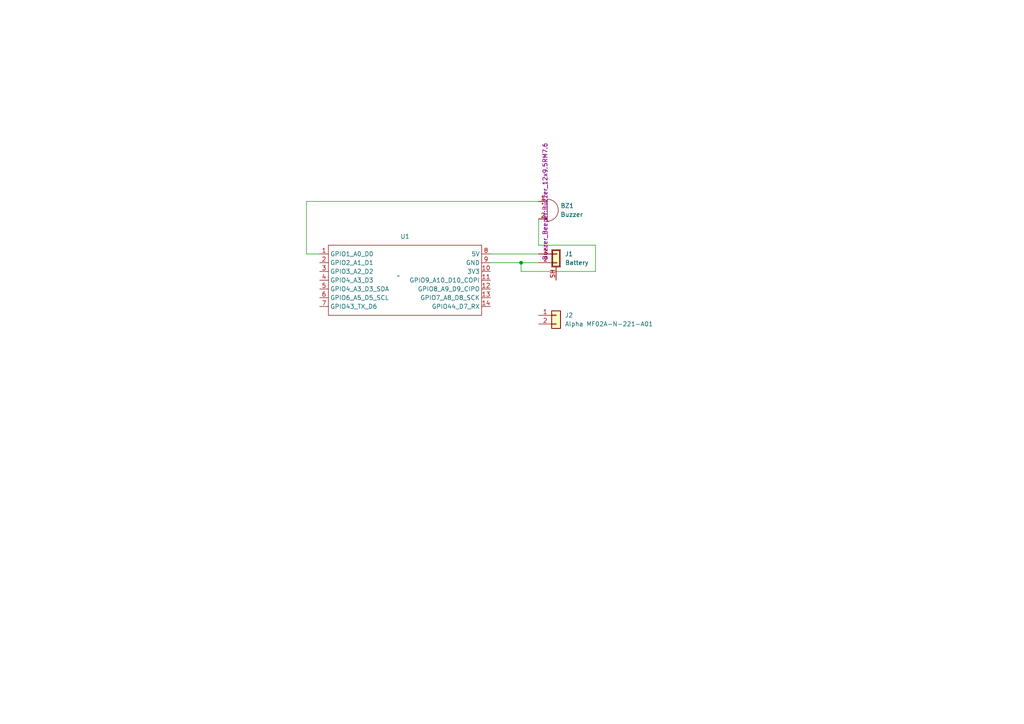
<source format=kicad_sch>
(kicad_sch (version 20230121) (generator eeschema)

  (uuid 23a880d1-d3c2-4d7d-84a7-66a10b1c6df5)

  (paper "A4")

  (lib_symbols
    (symbol "Connector_Generic:Conn_01x02" (pin_names (offset 1.016) hide) (in_bom yes) (on_board yes)
      (property "Reference" "J" (at 0 2.54 0)
        (effects (font (size 1.27 1.27)))
      )
      (property "Value" "Conn_01x02" (at 0 -5.08 0)
        (effects (font (size 1.27 1.27)))
      )
      (property "Footprint" "" (at 0 0 0)
        (effects (font (size 1.27 1.27)) hide)
      )
      (property "Datasheet" "~" (at 0 0 0)
        (effects (font (size 1.27 1.27)) hide)
      )
      (property "ki_keywords" "connector" (at 0 0 0)
        (effects (font (size 1.27 1.27)) hide)
      )
      (property "ki_description" "Generic connector, single row, 01x02, script generated (kicad-library-utils/schlib/autogen/connector/)" (at 0 0 0)
        (effects (font (size 1.27 1.27)) hide)
      )
      (property "ki_fp_filters" "Connector*:*_1x??_*" (at 0 0 0)
        (effects (font (size 1.27 1.27)) hide)
      )
      (symbol "Conn_01x02_1_1"
        (rectangle (start -1.27 -2.413) (end 0 -2.667)
          (stroke (width 0.1524) (type default))
          (fill (type none))
        )
        (rectangle (start -1.27 0.127) (end 0 -0.127)
          (stroke (width 0.1524) (type default))
          (fill (type none))
        )
        (rectangle (start -1.27 1.27) (end 1.27 -3.81)
          (stroke (width 0.254) (type default))
          (fill (type background))
        )
        (pin passive line (at -5.08 0 0) (length 3.81)
          (name "Pin_1" (effects (font (size 1.27 1.27))))
          (number "1" (effects (font (size 1.27 1.27))))
        )
        (pin passive line (at -5.08 -2.54 0) (length 3.81)
          (name "Pin_2" (effects (font (size 1.27 1.27))))
          (number "2" (effects (font (size 1.27 1.27))))
        )
      )
    )
    (symbol "Connector_Generic_Shielded:Conn_01x02_Shielded" (pin_names (offset 1.016) hide) (in_bom yes) (on_board yes)
      (property "Reference" "J" (at 0.254 2.286 0)
        (effects (font (size 1.27 1.27)))
      )
      (property "Value" "Conn_01x02_Shielded" (at 1.016 -4.826 0)
        (effects (font (size 1.27 1.27)) (justify left))
      )
      (property "Footprint" "" (at 0 0 0)
        (effects (font (size 1.27 1.27)) hide)
      )
      (property "Datasheet" "~" (at 0 0 0)
        (effects (font (size 1.27 1.27)) hide)
      )
      (property "ki_keywords" "connector" (at 0 0 0)
        (effects (font (size 1.27 1.27)) hide)
      )
      (property "ki_description" "Generic shielded connector, single row, 01x02, script generated (kicad-library-utils/schlib/autogen/connector/)" (at 0 0 0)
        (effects (font (size 1.27 1.27)) hide)
      )
      (property "ki_fp_filters" "Connector*:*_1x??-1SH*" (at 0 0 0)
        (effects (font (size 1.27 1.27)) hide)
      )
      (symbol "Conn_01x02_Shielded_1_1"
        (rectangle (start -1.27 1.27) (end 1.27 -3.81)
          (stroke (width 0.1524) (type default))
          (fill (type none))
        )
        (rectangle (start -1.016 -2.413) (end 0.254 -2.667)
          (stroke (width 0.1524) (type default))
          (fill (type none))
        )
        (rectangle (start -1.016 0.127) (end 0.254 -0.127)
          (stroke (width 0.1524) (type default))
          (fill (type none))
        )
        (rectangle (start -1.016 1.016) (end 1.016 -3.556)
          (stroke (width 0.254) (type default))
          (fill (type background))
        )
        (pin passive line (at -5.08 0 0) (length 4.064)
          (name "Pin_1" (effects (font (size 1.27 1.27))))
          (number "1" (effects (font (size 1.27 1.27))))
        )
        (pin passive line (at -5.08 -2.54 0) (length 4.064)
          (name "Pin_2" (effects (font (size 1.27 1.27))))
          (number "2" (effects (font (size 1.27 1.27))))
        )
        (pin passive line (at 0 -7.62 90) (length 3.81)
          (name "Shield" (effects (font (size 1.27 1.27))))
          (number "SH" (effects (font (size 1.27 1.27))))
        )
      )
    )
    (symbol "Demo:XIAO_ESP32_SENSE" (in_bom yes) (on_board yes)
      (property "Reference" "U" (at 0 0 0)
        (effects (font (size 1.27 1.27)))
      )
      (property "Value" "" (at 0 0 0)
        (effects (font (size 1.27 1.27)))
      )
      (property "Footprint" "" (at 0 0 0)
        (effects (font (size 1.27 1.27)) hide)
      )
      (property "Datasheet" "" (at 0 0 0)
        (effects (font (size 1.27 1.27)) hide)
      )
      (symbol "XIAO_ESP32_SENSE_0_1"
        (polyline
          (pts
            (xy -20.32 8.89)
            (xy -20.32 -11.43)
            (xy 24.13 -11.43)
            (xy 24.13 8.89)
            (xy -20.32 8.89)
          )
          (stroke (width 0) (type default))
          (fill (type none))
        )
      )
      (symbol "XIAO_ESP32_SENSE_1_1"
        (pin bidirectional line (at -22.86 6.35 0) (length 2.54)
          (name "GPIO1_A0_D0" (effects (font (size 1.27 1.27))))
          (number "1" (effects (font (size 1.27 1.27))))
        )
        (pin bidirectional line (at 26.67 1.27 180) (length 2.54)
          (name "3V3" (effects (font (size 1.27 1.27))))
          (number "10" (effects (font (size 1.27 1.27))))
        )
        (pin bidirectional line (at 26.67 -1.27 180) (length 2.54)
          (name "GPIO9_A10_D10_COPI" (effects (font (size 1.27 1.27))))
          (number "11" (effects (font (size 1.27 1.27))))
        )
        (pin bidirectional line (at 26.67 -3.81 180) (length 2.54)
          (name "GPIO8_A9_D9_CIPO" (effects (font (size 1.27 1.27))))
          (number "12" (effects (font (size 1.27 1.27))))
        )
        (pin bidirectional line (at 26.67 -6.35 180) (length 2.54)
          (name "GPIO7_A8_D8_SCK" (effects (font (size 1.27 1.27))))
          (number "13" (effects (font (size 1.27 1.27))))
        )
        (pin bidirectional line (at 26.67 -8.89 180) (length 2.54)
          (name "GPIO44_D7_RX" (effects (font (size 1.27 1.27))))
          (number "14" (effects (font (size 1.27 1.27))))
        )
        (pin bidirectional line (at -22.86 3.81 0) (length 2.54)
          (name "GPIO2_A1_D1" (effects (font (size 1.27 1.27))))
          (number "2" (effects (font (size 1.27 1.27))))
        )
        (pin bidirectional line (at -22.86 1.27 0) (length 2.54)
          (name "GPIO3_A2_D2" (effects (font (size 1.27 1.27))))
          (number "3" (effects (font (size 1.27 1.27))))
        )
        (pin bidirectional line (at -22.86 -1.27 0) (length 2.54)
          (name "GPIO4_A3_D3" (effects (font (size 1.27 1.27))))
          (number "4" (effects (font (size 1.27 1.27))))
        )
        (pin bidirectional line (at -22.86 -3.81 0) (length 2.54)
          (name "GPIO4_A3_D3_SDA" (effects (font (size 1.27 1.27))))
          (number "5" (effects (font (size 1.27 1.27))))
        )
        (pin bidirectional line (at -22.86 -6.35 0) (length 2.54)
          (name "GPIO6_A5_D5_SCL" (effects (font (size 1.27 1.27))))
          (number "6" (effects (font (size 1.27 1.27))))
        )
        (pin bidirectional line (at -22.86 -8.89 0) (length 2.54)
          (name "GPIO43_TX_D6" (effects (font (size 1.27 1.27))))
          (number "7" (effects (font (size 1.27 1.27))))
        )
        (pin bidirectional line (at 26.67 6.35 180) (length 2.54)
          (name "5V" (effects (font (size 1.27 1.27))))
          (number "8" (effects (font (size 1.27 1.27))))
        )
        (pin bidirectional line (at 26.67 3.81 180) (length 2.54)
          (name "GND" (effects (font (size 1.27 1.27))))
          (number "9" (effects (font (size 1.27 1.27))))
        )
      )
    )
    (symbol "Device:Buzzer" (pin_names (offset 0.0254) hide) (in_bom yes) (on_board yes)
      (property "Reference" "BZ" (at 3.81 1.27 0)
        (effects (font (size 1.27 1.27)) (justify left))
      )
      (property "Value" "Buzzer" (at 3.81 -1.27 0)
        (effects (font (size 1.27 1.27)) (justify left))
      )
      (property "Footprint" "" (at -0.635 2.54 90)
        (effects (font (size 1.27 1.27)) hide)
      )
      (property "Datasheet" "~" (at -0.635 2.54 90)
        (effects (font (size 1.27 1.27)) hide)
      )
      (property "ki_keywords" "quartz resonator ceramic" (at 0 0 0)
        (effects (font (size 1.27 1.27)) hide)
      )
      (property "ki_description" "Buzzer, polarized" (at 0 0 0)
        (effects (font (size 1.27 1.27)) hide)
      )
      (property "ki_fp_filters" "*Buzzer*" (at 0 0 0)
        (effects (font (size 1.27 1.27)) hide)
      )
      (symbol "Buzzer_0_1"
        (arc (start 0 -3.175) (mid 3.1612 0) (end 0 3.175)
          (stroke (width 0) (type default))
          (fill (type none))
        )
        (polyline
          (pts
            (xy -1.651 1.905)
            (xy -1.143 1.905)
          )
          (stroke (width 0) (type default))
          (fill (type none))
        )
        (polyline
          (pts
            (xy -1.397 2.159)
            (xy -1.397 1.651)
          )
          (stroke (width 0) (type default))
          (fill (type none))
        )
        (polyline
          (pts
            (xy 0 3.175)
            (xy 0 -3.175)
          )
          (stroke (width 0) (type default))
          (fill (type none))
        )
      )
      (symbol "Buzzer_1_1"
        (pin passive line (at -2.54 2.54 0) (length 2.54)
          (name "+" (effects (font (size 1.27 1.27))))
          (number "1" (effects (font (size 1.27 1.27))))
        )
        (pin passive line (at -2.54 -2.54 0) (length 2.54)
          (name "-" (effects (font (size 1.27 1.27))))
          (number "2" (effects (font (size 1.27 1.27))))
        )
      )
    )
  )

  (junction (at 151.13 76.2) (diameter 0) (color 0 0 0 0)
    (uuid 8cec40ff-3b21-461d-840b-57fca562fc1d)
  )

  (wire (pts (xy 151.13 76.2) (xy 151.13 78.74))
    (stroke (width 0) (type default))
    (uuid 397276fa-b18b-421c-a81e-54661261bb93)
  )
  (wire (pts (xy 88.9 73.66) (xy 92.71 73.66))
    (stroke (width 0) (type default))
    (uuid 40659bbd-e3cb-4fa9-90f3-38d2a75e88ad)
  )
  (wire (pts (xy 88.9 58.42) (xy 88.9 73.66))
    (stroke (width 0) (type default))
    (uuid 69ff0ca9-534b-4af6-abb1-435e9a72158a)
  )
  (wire (pts (xy 151.13 76.2) (xy 156.21 76.2))
    (stroke (width 0) (type default))
    (uuid 74c97a6d-c5ae-4ba9-b065-66b69b6a6508)
  )
  (wire (pts (xy 172.72 78.74) (xy 151.13 78.74))
    (stroke (width 0) (type default))
    (uuid 7e66ff85-a2ea-4b86-a567-75f33974e5b4)
  )
  (wire (pts (xy 172.72 71.12) (xy 172.72 78.74))
    (stroke (width 0) (type default))
    (uuid 877053c6-8623-4264-a66f-ad5ca622e458)
  )
  (wire (pts (xy 156.21 63.5) (xy 156.21 71.12))
    (stroke (width 0) (type default))
    (uuid a51ec638-ac0e-4e4f-a8fd-3d3873d487f7)
  )
  (wire (pts (xy 142.24 73.66) (xy 156.21 73.66))
    (stroke (width 0) (type default))
    (uuid bf67e758-44e5-4911-ab58-693e7bf77056)
  )
  (wire (pts (xy 156.21 71.12) (xy 172.72 71.12))
    (stroke (width 0) (type default))
    (uuid d4cd2e94-a728-4e2b-848c-e95b813419f4)
  )
  (wire (pts (xy 142.24 76.2) (xy 151.13 76.2))
    (stroke (width 0) (type default))
    (uuid ec87d481-138b-44c4-b8ac-447d45aa1914)
  )
  (wire (pts (xy 156.21 58.42) (xy 88.9 58.42))
    (stroke (width 0) (type default))
    (uuid ff0e2773-1a7c-4e4d-a34f-d521e44b96f9)
  )

  (symbol (lib_id "Connector_Generic:Conn_01x02") (at 161.29 91.44 0) (unit 1)
    (in_bom yes) (on_board yes) (dnp no) (fields_autoplaced)
    (uuid 0e764794-beab-4ffc-bc1f-a06fe76127d0)
    (property "Reference" "J2" (at 163.83 91.44 0)
      (effects (font (size 1.27 1.27)) (justify left))
    )
    (property "Value" "Alpha MF02A-N-221-A01" (at 163.83 93.98 0)
      (effects (font (size 1.27 1.27)) (justify left))
    )
    (property "Footprint" "" (at 161.29 91.44 0)
      (effects (font (size 1.27 1.27)))
    )
    (property "Datasheet" "~" (at 161.29 91.44 0)
      (effects (font (size 1.27 1.27)) hide)
    )
    (pin "2" (uuid 83586665-4ad4-4964-b98f-f3e4af5aefcc))
    (pin "1" (uuid 4abf1e1e-6623-4276-8e8c-5ca76338dccc))
    (instances
      (project "11"
        (path "/23a880d1-d3c2-4d7d-84a7-66a10b1c6df5"
          (reference "J2") (unit 1)
        )
      )
    )
  )

  (symbol (lib_id "Demo:XIAO_ESP32_SENSE") (at 115.57 80.01 0) (unit 1)
    (in_bom yes) (on_board yes) (dnp no) (fields_autoplaced)
    (uuid 4ef67a65-95ba-4bbe-8f84-4f4d77084f71)
    (property "Reference" "U1" (at 117.475 68.58 0)
      (effects (font (size 1.27 1.27)))
    )
    (property "Value" "~" (at 115.57 80.01 0)
      (effects (font (size 1.27 1.27)))
    )
    (property "Footprint" "Demo:XIAO_ESP32_SENSE" (at 115.57 80.01 0)
      (effects (font (size 1.27 1.27)) hide)
    )
    (property "Datasheet" "" (at 115.57 80.01 0)
      (effects (font (size 1.27 1.27)) hide)
    )
    (pin "11" (uuid bc8eb9b2-b197-4dcc-abf5-72dc32a9dc11))
    (pin "14" (uuid fdfe8f46-7a3b-46f4-9e0e-a330475b18b5))
    (pin "9" (uuid f4da448d-9b27-4c80-90dc-96c769074b14))
    (pin "12" (uuid 98bdfd70-c704-46f8-bb5c-5810613871f3))
    (pin "7" (uuid d12a88dc-06e3-46ac-90e5-95eed4f7d10d))
    (pin "13" (uuid 154096a6-6429-4779-8b29-d09872a36974))
    (pin "8" (uuid ae35c88f-3ceb-452c-9a57-3f65afe9026d))
    (pin "4" (uuid 7a29e0eb-2d0c-4581-941f-b5c2acfd3f63))
    (pin "10" (uuid cf4094a4-cc41-4a52-b11b-8f236635e8c3))
    (pin "1" (uuid 796b391e-b902-4352-a63d-5fcb03bab1db))
    (pin "5" (uuid 13680fac-a6bf-48dc-8f4a-fe47a3d5b5e5))
    (pin "3" (uuid d8b07355-c299-4053-be76-53fcddca063a))
    (pin "6" (uuid feb67c88-5950-4842-946c-e49665183dba))
    (pin "2" (uuid f726d5b5-fd8d-434a-8de0-cae137152dcb))
    (instances
      (project "11"
        (path "/23a880d1-d3c2-4d7d-84a7-66a10b1c6df5"
          (reference "U1") (unit 1)
        )
      )
    )
  )

  (symbol (lib_id "Connector_Generic_Shielded:Conn_01x02_Shielded") (at 161.29 73.66 0) (unit 1)
    (in_bom yes) (on_board yes) (dnp no) (fields_autoplaced)
    (uuid 89ae0426-0d1c-465a-95ff-785bef8b095e)
    (property "Reference" "J1" (at 163.83 73.66 0)
      (effects (font (size 1.27 1.27)) (justify left))
    )
    (property "Value" "Battery" (at 163.83 76.2 0)
      (effects (font (size 1.27 1.27)) (justify left))
    )
    (property "Footprint" "" (at 161.29 73.66 0)
      (effects (font (size 1.27 1.27)))
    )
    (property "Datasheet" "~" (at 161.29 73.66 0)
      (effects (font (size 1.27 1.27)) hide)
    )
    (pin "2" (uuid 871288dd-a113-4389-a06c-7e0052f74fee))
    (pin "1" (uuid d357610c-5615-4c1a-be44-30dfc77cca52))
    (pin "SH" (uuid 4759e46c-81ed-45ec-a231-995da183b158))
    (instances
      (project "11"
        (path "/23a880d1-d3c2-4d7d-84a7-66a10b1c6df5"
          (reference "J1") (unit 1)
        )
      )
    )
  )

  (symbol (lib_id "Device:Buzzer") (at 158.75 60.96 0) (unit 1)
    (in_bom yes) (on_board yes) (dnp no) (fields_autoplaced)
    (uuid b06afb3b-d8fb-40a9-8736-9db1be3f445e)
    (property "Reference" "BZ1" (at 162.56 59.69 0)
      (effects (font (size 1.27 1.27)) (justify left))
    )
    (property "Value" "Buzzer" (at 162.56 62.23 0)
      (effects (font (size 1.27 1.27)) (justify left))
    )
    (property "Footprint" "Buzzer_Beeper:Buzzer_12x9.5RM7.6" (at 158.115 58.42 90)
      (effects (font (size 1.27 1.27)))
    )
    (property "Datasheet" "~" (at 158.115 58.42 90)
      (effects (font (size 1.27 1.27)) hide)
    )
    (pin "1" (uuid 9717643d-cee3-498d-9d75-8fa37ca66640))
    (pin "2" (uuid 9e27588b-05b0-4111-8dff-197711efbf24))
    (instances
      (project "11"
        (path "/23a880d1-d3c2-4d7d-84a7-66a10b1c6df5"
          (reference "BZ1") (unit 1)
        )
      )
    )
  )

  (sheet_instances
    (path "/" (page "1"))
  )
)

</source>
